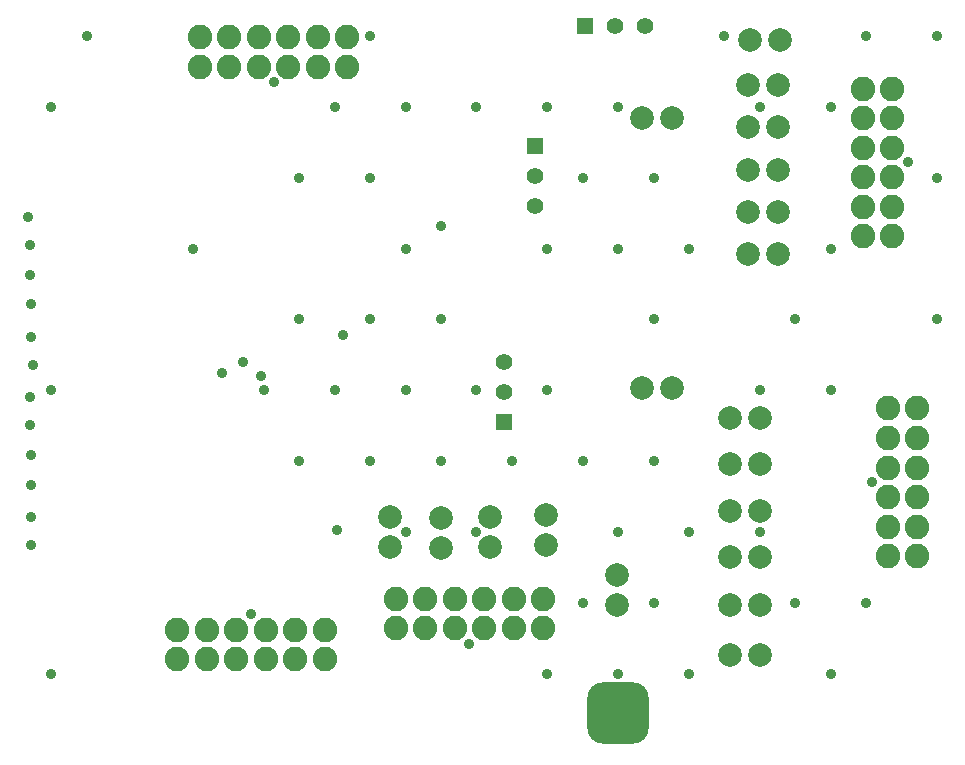
<source format=gbs>
G04*
G04 #@! TF.GenerationSoftware,Altium Limited,Altium Designer,24.1.2 (44)*
G04*
G04 Layer_Color=16711935*
%FSLAX44Y44*%
%MOMM*%
G71*
G04*
G04 #@! TF.SameCoordinates,E38D7037-6A90-4068-B891-1ACC2802136D*
G04*
G04*
G04 #@! TF.FilePolarity,Negative*
G04*
G01*
G75*
%ADD28C,2.0032*%
%ADD29C,1.4032*%
%ADD30R,1.4032X1.4032*%
%ADD31C,2.0782*%
%ADD32C,0.8782*%
%ADD33R,1.4032X1.4032*%
%ADD34C,0.9032*%
G04:AMPARAMS|DCode=44|XSize=5.2032mm|YSize=5.2032mm|CornerRadius=1.3516mm|HoleSize=0mm|Usage=FLASHONLY|Rotation=0.000|XOffset=0mm|YOffset=0mm|HoleType=Round|Shape=RoundedRectangle|*
%AMROUNDEDRECTD44*
21,1,5.2032,2.5000,0,0,0.0*
21,1,2.5000,5.2032,0,0,0.0*
1,1,2.7032,1.2500,-1.2500*
1,1,2.7032,-1.2500,-1.2500*
1,1,2.7032,-1.2500,1.2500*
1,1,2.7032,1.2500,1.2500*
%
%ADD44ROUNDEDRECTD44*%
D28*
X431800Y193040D02*
D03*
Y167640D02*
D03*
X389890Y191770D02*
D03*
Y166370D02*
D03*
X346710Y193040D02*
D03*
Y167640D02*
D03*
X585470Y302260D02*
D03*
X560070D02*
D03*
X660400Y76200D02*
D03*
X635000D02*
D03*
X660400Y118110D02*
D03*
X635000D02*
D03*
X660400Y158750D02*
D03*
X635000D02*
D03*
X660400Y198120D02*
D03*
X635000D02*
D03*
X660400Y237490D02*
D03*
X635000D02*
D03*
X660400Y276860D02*
D03*
X635000D02*
D03*
X651510Y596900D02*
D03*
X676910D02*
D03*
X650240Y558800D02*
D03*
X675640D02*
D03*
X650240Y523240D02*
D03*
X675640D02*
D03*
X650240Y486410D02*
D03*
X675640D02*
D03*
X650240Y450850D02*
D03*
X675640D02*
D03*
X650240Y415290D02*
D03*
X675640D02*
D03*
X560070Y530860D02*
D03*
X585470D02*
D03*
X478790Y194310D02*
D03*
Y168910D02*
D03*
X539014Y143510D02*
D03*
Y118110D02*
D03*
D29*
X443230Y323850D02*
D03*
Y298450D02*
D03*
X469900Y455930D02*
D03*
Y481330D02*
D03*
X562610Y608330D02*
D03*
X537210D02*
D03*
D30*
X443230Y273050D02*
D03*
X469900Y506730D02*
D03*
D31*
X351520Y98490D02*
D03*
X376520D02*
D03*
X401520D02*
D03*
X426520D02*
D03*
X451520D02*
D03*
X476520D02*
D03*
X351520Y123490D02*
D03*
X376520D02*
D03*
X401520D02*
D03*
X426520D02*
D03*
X451520D02*
D03*
X476520D02*
D03*
X768350Y284550D02*
D03*
Y259550D02*
D03*
Y234550D02*
D03*
Y209550D02*
D03*
Y184550D02*
D03*
Y159550D02*
D03*
X793350Y284550D02*
D03*
Y259550D02*
D03*
Y234550D02*
D03*
Y209550D02*
D03*
Y184550D02*
D03*
Y159550D02*
D03*
X772160Y430460D02*
D03*
Y455460D02*
D03*
Y480460D02*
D03*
Y505460D02*
D03*
Y530460D02*
D03*
Y555460D02*
D03*
X747160Y430460D02*
D03*
Y455460D02*
D03*
Y480460D02*
D03*
Y505460D02*
D03*
Y530460D02*
D03*
Y555460D02*
D03*
X185820Y574040D02*
D03*
X210820D02*
D03*
X235820D02*
D03*
X260820D02*
D03*
X285820D02*
D03*
X310820D02*
D03*
X185820Y599040D02*
D03*
X210820D02*
D03*
X235820D02*
D03*
X260820D02*
D03*
X285820D02*
D03*
X310820D02*
D03*
X291770Y97390D02*
D03*
X266770D02*
D03*
X241770D02*
D03*
X216770D02*
D03*
X191770D02*
D03*
X166770D02*
D03*
X291770Y72390D02*
D03*
X266770D02*
D03*
X241770D02*
D03*
X216770D02*
D03*
X191770D02*
D03*
X166770D02*
D03*
D32*
X414020Y85090D02*
D03*
X754950Y222050D02*
D03*
X785560Y492960D02*
D03*
X248320Y560640D02*
D03*
X229270Y110790D02*
D03*
D33*
X511810Y608330D02*
D03*
D34*
X307340Y346710D02*
D03*
X330000Y360000D02*
D03*
X389890Y439420D02*
D03*
X301566Y181566D02*
D03*
X204470Y314960D02*
D03*
X222250Y323850D02*
D03*
X237490Y312420D02*
D03*
X360000Y540000D02*
D03*
X810000Y600000D02*
D03*
Y480000D02*
D03*
Y360000D02*
D03*
X750000Y600000D02*
D03*
X720000Y540000D02*
D03*
Y420000D02*
D03*
Y300000D02*
D03*
X750000Y120000D02*
D03*
X720000Y60000D02*
D03*
X660000Y540000D02*
D03*
X690000Y360000D02*
D03*
X660000Y300000D02*
D03*
Y180000D02*
D03*
X690000Y120000D02*
D03*
X630000Y600000D02*
D03*
X600000Y420000D02*
D03*
Y180000D02*
D03*
Y60000D02*
D03*
X540000Y540000D02*
D03*
X570000Y480000D02*
D03*
X540000Y420000D02*
D03*
X570000Y360000D02*
D03*
Y240000D02*
D03*
X540000Y180000D02*
D03*
X570000Y120000D02*
D03*
X540000Y60000D02*
D03*
X480000Y540000D02*
D03*
X510000Y480000D02*
D03*
X480000Y420000D02*
D03*
Y300000D02*
D03*
X510000Y240000D02*
D03*
Y120000D02*
D03*
X480000Y60000D02*
D03*
X420000Y540000D02*
D03*
Y300000D02*
D03*
X450000Y240000D02*
D03*
X420000Y180000D02*
D03*
X360000Y420000D02*
D03*
X390000Y360000D02*
D03*
X360000Y300000D02*
D03*
X390000Y240000D02*
D03*
X360000Y180000D02*
D03*
X330000Y600000D02*
D03*
X300000Y540000D02*
D03*
X330000Y480000D02*
D03*
X300000Y300000D02*
D03*
X330000Y240000D02*
D03*
X270000Y480000D02*
D03*
Y360000D02*
D03*
X240000Y300000D02*
D03*
X270000Y240000D02*
D03*
X180000Y420000D02*
D03*
X90000Y600000D02*
D03*
X60000Y540000D02*
D03*
Y300000D02*
D03*
Y60000D02*
D03*
X40640Y447040D02*
D03*
X41910Y422910D02*
D03*
Y397510D02*
D03*
X43180Y373380D02*
D03*
Y345440D02*
D03*
X44450Y321310D02*
D03*
X41910Y294640D02*
D03*
Y270510D02*
D03*
X43180Y245110D02*
D03*
Y219710D02*
D03*
Y193040D02*
D03*
Y168910D02*
D03*
D44*
X540000Y27000D02*
D03*
M02*

</source>
